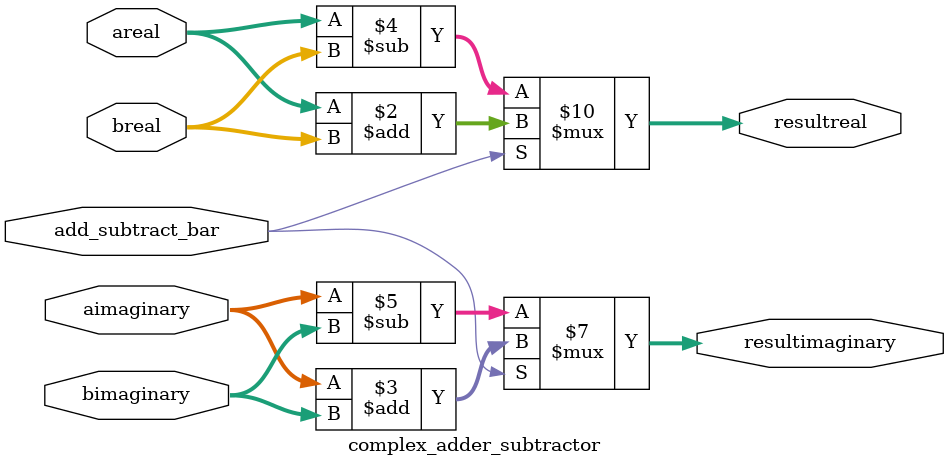
<source format=v>
`timescale 1ns / 1ps

module complex_adder_subtractor(add_subtract_bar, areal, aimaginary, breal, bimaginary, resultreal, resultimaginary);

	parameter N = 8;

	input add_subtract_bar;
	input [N-1:0] areal;
	input [N-1:0] aimaginary;
	input [N-1:0] breal;
	input [N-1:0] bimaginary;
	output reg [N-1:0] resultreal;
	output reg [N-1:0] resultimaginary;

	always @ (add_subtract_bar, areal, aimaginary, breal, bimaginary) begin
		if (add_subtract_bar) begin
			resultreal = areal + breal;
			resultimaginary = aimaginary + bimaginary;
		end else begin
			resultreal = areal - breal;
			resultimaginary= aimaginary - bimaginary;
		end
	end
endmodule

</source>
